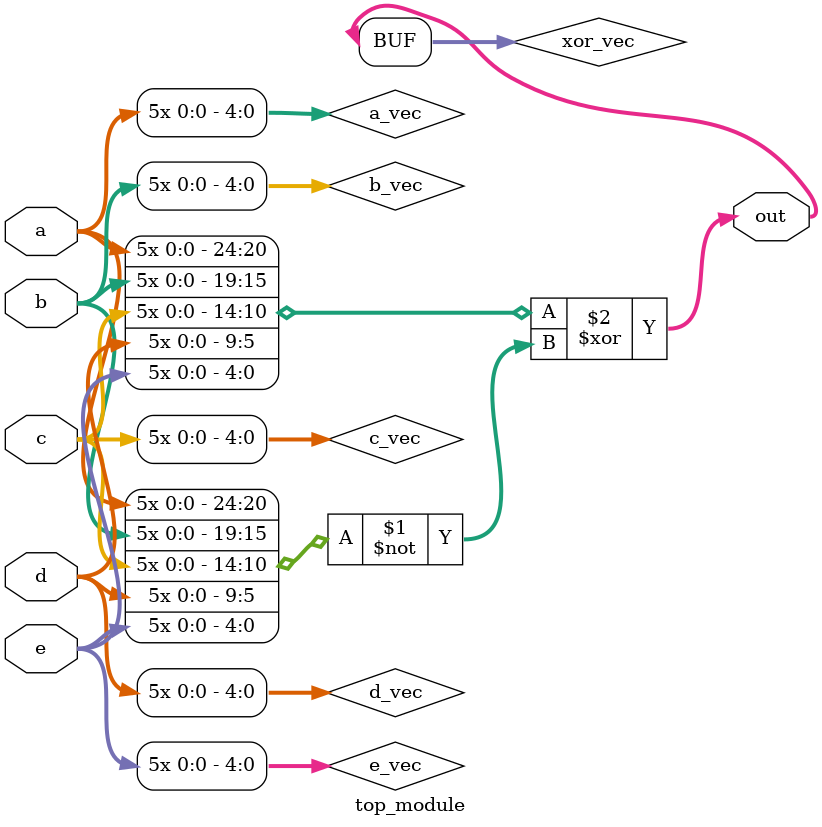
<source format=sv>
module top_module (
    input a,
    input b,
    input c,
    input d,
    input e,
    output [24:0] out
);

wire [4:0] a_vec, b_vec, c_vec, d_vec, e_vec;
wire [24:0] xor_vec;

// Create the 5-bit vector for each input signal
assign a_vec = {5{a}};
assign b_vec = {5{b}};
assign c_vec = {5{c}};
assign d_vec = {5{d}};
assign e_vec = {5{e}};

// Compute the bitwise exclusive-or of the two 25-bit vectors
assign xor_vec = {a_vec, b_vec, c_vec, d_vec, e_vec} ^ ~{a_vec, b_vec, c_vec, d_vec, e_vec};

// Assign the result to the output
assign out = xor_vec;

endmodule

</source>
